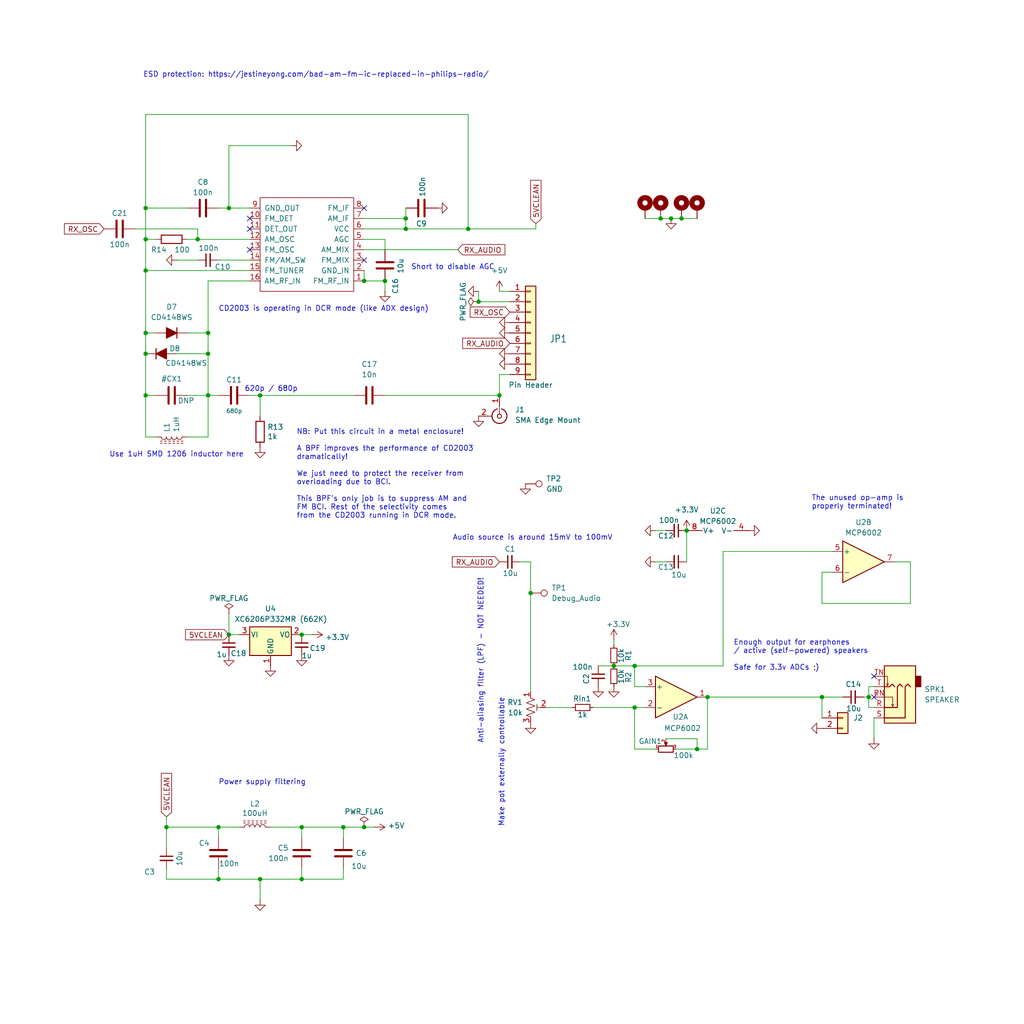
<source format=kicad_sch>
(kicad_sch (version 20240417) (generator "eeschema") (generator_version "8.99")
  (paper "User" 250.012 250.012)
  (title_block (title "Breakout board (BoB) for CD2003 (DCR Mode)") (date "2024-05-05") (rev "v5") (company "Dhiru Kholia (VU3CER)") (comment 1 "Based on ADX and ADX-S designs"))
  (lib_symbols
    (symbol "Amplifier_Operational:MCP6022" (pin_names (offset 0.127))
      (property "Reference" "U" (at 0 5.08 0))
      (property "Value" "MCP6022" (at 0 -5.08 0))
      (symbol "MCP6022_1_1"
        (polyline (pts (xy -5.08 5.08) (xy 5.08 0) (xy -5.08 -5.08) (xy -5.08 5.08)) (stroke (width 0.254)) (fill (type background)))
        (pin output line (at 7.62 0 180) (length 2.54) (name "~") (number "1"))
        (pin input line (at -7.62 -2.54 0) (length 2.54) (name "-") (number "2"))
        (pin input line (at -7.62 2.54 0) (length 2.54) (name "+") (number "3"))
      )
      (symbol "MCP6022_2_1"
        (polyline (pts (xy -5.08 5.08) (xy 5.08 0) (xy -5.08 -5.08) (xy -5.08 5.08)) (stroke (width 0.254)) (fill (type background)))
        (pin input line (at -7.62 2.54 0) (length 2.54) (name "+") (number "5"))
        (pin input line (at -7.62 -2.54 0) (length 2.54) (name "-") (number "6"))
        (pin output line (at 7.62 0 180) (length 2.54) (name "~") (number "7"))
      )
      (symbol "MCP6022_3_1"
        (pin power_in line (at -2.54 -7.62 90) (length 3.81) (name "V-") (number "4"))
        (pin power_in line (at -2.54 7.62 270) (length 3.81) (name "V+") (number "8"))
      )
    )
    (symbol "Connector:Conn_Coaxial" (pin_names (offset 1.016) hide)
      (property "Reference" "J" (at 0.254 3.048 0))
      (property "Value" "Conn_Coaxial" (at 2.921 0 90))
      (symbol "Conn_Coaxial_0_1"
        (polyline (pts (xy -2.54 0) (xy -0.508 0)))
        (arc (start 1.778 0) (mid 0.222 -1.8079) (end -1.778 -0.508) (stroke (width 0.254)))
        (arc (start -1.778 0.508) (mid 0.2221 1.8084) (end 1.778 0) (stroke (width 0.254)))
        (circle (center 0 0) (radius 0.508) (stroke (width 0.2032)))
        (polyline (pts (xy 0 -2.54) (xy 0 -1.778)))
      )
      (symbol "Conn_Coaxial_1_1"
        (pin passive line (at -5.08 0 0) (length 2.54) (name "In") (number "1"))
        (pin passive line (at 0 -5.08 90) (length 2.54) (name "Ext") (number "2"))
      )
    )
    (symbol "Connector:TestPoint" (pin_numbers hide) (pin_names (offset 0.762) hide)
      (property "Reference" "TP" (at 0 6.858 0))
      (property "Value" "TestPoint" (at 0 5.08 0))
      (symbol "TestPoint_0_1"
        (circle (center 0 3.302) (radius 0.762))
      )
      (symbol "TestPoint_1_1"
        (pin passive line (at 0 0 90) (length 2.54) (name "1") (number "1"))
      )
    )
    (symbol "Connector_Audio:AudioJack3_SwitchTR"
      (property "Reference" "J" (at 0 8.89 0))
      (property "Value" "AudioJack3_SwitchTR" (at 0 6.35 0))
      (symbol "AudioJack3_SwitchTR_0_1"
        (rectangle (start -5.08 -5.08) (end -6.35 -7.62) (stroke (width 0.254)) (fill (type outline)))
        (polyline (pts (xy -1.905 -5.08) (xy -1.27 -5.715) (xy -0.635 -5.08) (xy -0.635 0) (xy 2.54 0)) (stroke (width 0.254)))
        (polyline (pts (xy 0 -5.08) (xy 0.635 -5.715) (xy 1.27 -5.08) (xy 2.54 -5.08)) (stroke (width 0.254)))
        (polyline (pts (xy 0.508 -0.254) (xy 0.762 -0.762)))
        (polyline (pts (xy 1.778 -5.334) (xy 2.032 -5.842)))
        (rectangle (start 2.54 3.81) (end -5.08 -10.16) (stroke (width 0.254)) (fill (type background)))
        (polyline (pts (xy 2.54 2.54) (xy -2.54 2.54) (xy -2.54 -5.08) (xy -3.175 -5.715) (xy -3.81 -5.08)) (stroke (width 0.254)))
        (polyline (pts (xy 2.54 -2.54) (xy 0.508 -2.54) (xy 0.508 -0.254) (xy 0.254 -0.762)))
        (polyline (pts (xy 2.54 -7.62) (xy 1.778 -7.62) (xy 1.778 -5.334) (xy 1.524 -5.842)))
      )
      (symbol "AudioJack3_SwitchTR_1_1"
        (pin passive line (at 5.08 0 180) (length 2.54) (name "~") (number "R"))
        (pin passive line (at 5.08 -2.54 180) (length 2.54) (name "~") (number "RN"))
        (pin passive line (at 5.08 2.54 180) (length 2.54) (name "~") (number "S"))
        (pin passive line (at 5.08 -5.08 180) (length 2.54) (name "~") (number "T"))
        (pin passive line (at 5.08 -7.62 180) (length 2.54) (name "~") (number "TN"))
      )
    )
    (symbol "Connector_Generic:Conn_01x02" (pin_names (offset 1.016) hide)
      (property "Reference" "J" (at 0 2.54 0))
      (property "Value" "Conn_01x02" (at 0 -5.08 0))
      (symbol "Conn_01x02_1_1"
        (rectangle (start -1.27 1.27) (end 1.27 -3.81) (stroke (width 0.254)) (fill (type background)))
        (rectangle (start -1.27 0.127) (end 0 -0.127) (stroke (width 0.1524)))
        (rectangle (start -1.27 -2.413) (end 0 -2.667) (stroke (width 0.1524)))
        (pin passive line (at -5.08 0 0) (length 3.81) (name "Pin_1") (number "1"))
        (pin passive line (at -5.08 -2.54 0) (length 3.81) (name "Pin_2") (number "2"))
      )
    )
    (symbol "Connector_Generic:Conn_01x09" (pin_names (offset 1.016) hide)
      (property "Reference" "J" (at 0 12.7 0))
      (property "Value" "Conn_01x09" (at 0 -12.7 0))
      (symbol "Conn_01x09_1_1"
        (rectangle (start -1.27 11.43) (end 1.27 -11.43) (stroke (width 0.254)) (fill (type background)))
        (rectangle (start -1.27 10.287) (end 0 10.033) (stroke (width 0.1524)))
        (rectangle (start -1.27 7.747) (end 0 7.493) (stroke (width 0.1524)))
        (rectangle (start -1.27 5.207) (end 0 4.953) (stroke (width 0.1524)))
        (rectangle (start -1.27 2.667) (end 0 2.413) (stroke (width 0.1524)))
        (rectangle (start -1.27 0.127) (end 0 -0.127) (stroke (width 0.1524)))
        (rectangle (start -1.27 -2.413) (end 0 -2.667) (stroke (width 0.1524)))
        (rectangle (start -1.27 -4.953) (end 0 -5.207) (stroke (width 0.1524)))
        (rectangle (start -1.27 -7.493) (end 0 -7.747) (stroke (width 0.1524)))
        (rectangle (start -1.27 -10.033) (end 0 -10.287) (stroke (width 0.1524)))
        (pin passive line (at -5.08 10.16 0) (length 3.81) (name "Pin_1") (number "1"))
        (pin passive line (at -5.08 7.62 0) (length 3.81) (name "Pin_2") (number "2"))
        (pin passive line (at -5.08 5.08 0) (length 3.81) (name "Pin_3") (number "3"))
        (pin passive line (at -5.08 2.54 0) (length 3.81) (name "Pin_4") (number "4"))
        (pin passive line (at -5.08 0 0) (length 3.81) (name "Pin_5") (number "5"))
        (pin passive line (at -5.08 -2.54 0) (length 3.81) (name "Pin_6") (number "6"))
        (pin passive line (at -5.08 -5.08 0) (length 3.81) (name "Pin_7") (number "7"))
        (pin passive line (at -5.08 -7.62 0) (length 3.81) (name "Pin_8") (number "8"))
        (pin passive line (at -5.08 -10.16 0) (length 3.81) (name "Pin_9") (number "9"))
      )
    )
    (symbol "Device:C" (pin_numbers hide) (pin_names (offset 0.254))
      (property "Reference" "C" (at 0.635 2.54 0))
      (property "Value" "C" (at 0.635 -2.54 0))
      (symbol "C_0_1"
        (polyline (pts (xy -2.032 0.762) (xy 2.032 0.762)) (stroke (width 0.508)))
        (polyline (pts (xy -2.032 -0.762) (xy 2.032 -0.762)) (stroke (width 0.508)))
      )
      (symbol "C_1_1"
        (pin passive line (at 0 3.81 270) (length 2.794) (name "~") (number "1"))
        (pin passive line (at 0 -3.81 90) (length 2.794) (name "~") (number "2"))
      )
    )
    (symbol "Device:C_Small" (pin_numbers hide) (pin_names (offset 0.254) hide)
      (property "Reference" "C" (at 0.254 1.778 0))
      (property "Value" "C_Small" (at 0.254 -2.032 0))
      (symbol "C_Small_0_1"
        (polyline (pts (xy -1.524 0.508) (xy 1.524 0.508)) (stroke (width 0.3048)))
        (polyline (pts (xy -1.524 -0.508) (xy 1.524 -0.508)) (stroke (width 0.3302)))
      )
      (symbol "C_Small_1_1"
        (pin passive line (at 0 2.54 270) (length 2.032) (name "~") (number "1"))
        (pin passive line (at 0 -2.54 90) (length 2.032) (name "~") (number "2"))
      )
    )
    (symbol "Device:L_Ferrite" (pin_numbers hide) (pin_names (offset 1.016) hide)
      (property "Reference" "L" (at -1.27 0 90))
      (property "Value" "L_Ferrite" (at 2.794 0 90))
      (symbol "L_Ferrite_0_1"
        (arc (start 0 2.54) (mid 0.6323 1.905) (end 0 1.27))
        (arc (start 0 1.27) (mid 0.6323 0.635) (end 0 0))
        (arc (start 0 0) (mid 0.6323 -0.635) (end 0 -1.27))
        (arc (start 0 -1.27) (mid 0.6323 -1.905) (end 0 -2.54))
        (polyline (pts (xy 1.016 2.286) (xy 1.016 2.794)))
        (polyline (pts (xy 1.016 1.27) (xy 1.016 1.778)))
        (polyline (pts (xy 1.016 0.254) (xy 1.016 0.762)))
        (polyline (pts (xy 1.016 -0.762) (xy 1.016 -0.254)))
        (polyline (pts (xy 1.016 -1.778) (xy 1.016 -1.27)))
        (polyline (pts (xy 1.016 -2.794) (xy 1.016 -2.286)))
        (polyline (pts (xy 1.524 2.794) (xy 1.524 2.286)))
        (polyline (pts (xy 1.524 1.778) (xy 1.524 1.27)))
        (polyline (pts (xy 1.524 0.762) (xy 1.524 0.254)))
        (polyline (pts (xy 1.524 -0.254) (xy 1.524 -0.762)))
        (polyline (pts (xy 1.524 -1.27) (xy 1.524 -1.778)))
        (polyline (pts (xy 1.524 -2.286) (xy 1.524 -2.794)))
      )
      (symbol "L_Ferrite_1_1"
        (pin passive line (at 0 3.81 270) (length 1.27) (name "1") (number "1"))
        (pin passive line (at 0 -3.81 90) (length 1.27) (name "2") (number "2"))
      )
    )
    (symbol "Device:R" (pin_numbers hide) (pin_names (offset 0))
      (property "Reference" "R" (at 2.032 0 90))
      (property "Value" "R" (at 0 0 90))
      (symbol "R_0_1"
        (rectangle (start -1.016 -2.54) (end 1.016 2.54) (stroke (width 0.254)))
      )
      (symbol "R_1_1"
        (pin passive line (at 0 3.81 270) (length 1.27) (name "~") (number "1"))
        (pin passive line (at 0 -3.81 90) (length 1.27) (name "~") (number "2"))
      )
    )
    (symbol "Device:R_Potentiometer_Small" (pin_names (offset 1.016) hide)
      (property "Reference" "RV" (at -4.445 0 90))
      (property "Value" "R_Potentiometer_Small" (at -2.54 0 90))
      (symbol "R_Potentiometer_Small_0_1"
        (rectangle (start 0.762 1.8034) (end -0.762 -1.8034) (stroke (width 0.254)))
        (polyline (pts (xy 0.889 0) (xy 0.635 0) (xy 1.651 0.381) (xy 1.651 -0.381) (xy 0.635 0) (xy 0.889 0)) (fill (type outline)))
      )
      (symbol "R_Potentiometer_Small_1_1"
        (pin passive line (at 0 2.54 270) (length 0.635) (name "1") (number "1"))
        (pin passive line (at 2.54 0 180) (length 0.9906) (name "2") (number "2"))
        (pin passive line (at 0 -2.54 90) (length 0.635) (name "3") (number "3"))
      )
    )
    (symbol "Device:R_Potentiometer_Trim_US" (pin_names (offset 1.016) hide)
      (property "Reference" "RV" (at -4.445 0 90))
      (property "Value" "R_Potentiometer_Trim_US" (at -2.54 0 90))
      (symbol "R_Potentiometer_Trim_US_0_1"
        (polyline (pts (xy 0 2.286) (xy 0 2.54)))
        (polyline (pts (xy 0 2.286) (xy 1.016 1.905) (xy 0 1.524) (xy -1.016 1.143) (xy 0 0.762)))
        (polyline (pts (xy 0 0.762) (xy 1.016 0.381) (xy 0 0) (xy -1.016 -0.381) (xy 0 -0.762)))
        (polyline (pts (xy 0 -0.762) (xy 1.016 -1.143) (xy 0 -1.524) (xy -1.016 -1.905) (xy 0 -2.286)))
        (polyline (pts (xy 0 -2.286) (xy 0 -2.54)))
        (polyline (pts (xy 1.524 0.762) (xy 1.524 -0.762)))
        (polyline (pts (xy 2.54 0) (xy 1.524 0)))
      )
      (symbol "R_Potentiometer_Trim_US_1_1"
        (pin passive line (at 0 3.81 270) (length 1.27) (name "1") (number "1"))
        (pin passive line (at 3.81 0 180) (length 1.27) (name "2") (number "2"))
        (pin passive line (at 0 -3.81 90) (length 1.27) (name "3") (number "3"))
      )
    )
    (symbol "Device:R_Small" (pin_numbers hide) (pin_names (offset 0.254) hide)
      (property "Reference" "R" (at 0.762 0.508 0))
      (property "Value" "R_Small" (at 0.762 -1.016 0))
      (symbol "R_Small_0_1"
        (rectangle (start -0.762 1.778) (end 0.762 -1.778) (stroke (width 0.2032)))
      )
      (symbol "R_Small_1_1"
        (pin passive line (at 0 2.54 270) (length 0.762) (name "~") (number "1"))
        (pin passive line (at 0 -2.54 90) (length 0.762) (name "~") (number "2"))
      )
    )
    (symbol "Mechanical:MountingHole_Pad" (pin_numbers hide) (pin_names (offset 1.016) hide)
      (property "Reference" "H" (at 0 6.35 0))
      (property "Value" "MountingHole_Pad" (at 0 4.445 0))
      (symbol "MountingHole_Pad_0_1"
        (circle (center 0 1.27) (radius 1.27) (stroke (width 1.27)))
      )
      (symbol "MountingHole_Pad_1_1"
        (pin input line (at 0 -2.54 90) (length 2.54) (name "1") (number "1"))
      )
    )
    (symbol "PCM_Diode_AKL:CD4148WS" (pin_numbers hide) (pin_names (offset 1.016) hide)
      (property "Reference" "D" (at 0 5.08 0))
      (property "Value" "CD4148WS" (at 0 2.54 0))
      (symbol "CD4148WS_0_1"
        (polyline (pts (xy -1.27 1.27) (xy -1.27 -1.27) (xy 1.27 0) (xy -1.27 1.27)) (stroke (width 0.254)) (fill (type outline)))
        (polyline (pts (xy -1.27 0) (xy 1.27 0)))
        (polyline (pts (xy 1.27 1.27) (xy 1.27 -1.27)) (stroke (width 0.254)))
      )
      (symbol "CD4148WS_1_1"
        (pin passive line (at 3.81 0 180) (length 2.54) (name "K") (number "1"))
        (pin passive line (at -3.81 0 0) (length 2.54) (name "A") (number "2"))
      )
    )
    (symbol "Regulator_Linear:MCP1700x-330xxTT" (pin_names (offset 0.254))
      (property "Reference" "U" (at -3.81 3.175 0))
      (property "Value" "MCP1700x-330xxTT" (at 0 3.175 0))
      (symbol "MCP1700x-330xxTT_0_1"
        (rectangle (start -5.08 1.905) (end 5.08 -5.08) (stroke (width 0.254)) (fill (type background)))
      )
      (symbol "MCP1700x-330xxTT_1_1"
        (pin power_in line (at 0 -7.62 90) (length 2.54) (name "GND") (number "1"))
        (pin power_out line (at 7.62 0 180) (length 2.54) (name "VO") (number "2"))
        (pin power_in line (at -7.62 0 0) (length 2.54) (name "VI") (number "3"))
      )
    )
    (symbol "cd2003gb_gp_fixed:CD2003GB_GP_Fixed" (pin_names (offset 1.016))
      (symbol "CD2003GB_GP_Fixed_0_1"
        (rectangle (start -11.43 17.78) (end 11.43 -5.08))
      )
      (symbol "CD2003GB_GP_Fixed_1_1"
        (pin input line (at -8.89 -7.62 90) (length 2.54) (name "FM_RF_IN") (number "1"))
        (pin input line (at 6.35 20.32 270) (length 2.54) (name "FM_DET") (number "10"))
        (pin input line (at 3.81 20.32 270) (length 2.54) (name "DET_OUT") (number "11"))
        (pin input line (at 1.27 20.32 270) (length 2.54) (name "AM_OSC") (number "12"))
        (pin input line (at -1.27 20.32 270) (length 2.54) (name "FM_OSC") (number "13"))
        (pin input line (at -3.81 20.32 270) (length 2.54) (name "FM/AM_SW") (number "14"))
        (pin input line (at -6.35 20.32 270) (length 2.54) (name "FM_TUNER") (number "15"))
        (pin input line (at -8.89 20.32 270) (length 2.54) (name "AM_RF_IN") (number "16"))
        (pin input line (at -6.35 -7.62 90) (length 2.54) (name "GND_IN") (number "2"))
        (pin input line (at -3.81 -7.62 90) (length 2.54) (name "FM_MIX") (number "3"))
        (pin input line (at -1.27 -7.62 90) (length 2.54) (name "AM_MIX") (number "4"))
        (pin passive line (at 1.27 -7.62 90) (length 2.54) (name "AGC") (number "5"))
        (pin input line (at 3.81 -7.62 90) (length 2.54) (name "VCC") (number "6"))
        (pin input line (at 6.35 -7.62 90) (length 2.54) (name "AM_IF") (number "7"))
        (pin input line (at 8.89 -7.62 90) (length 2.54) (name "FM_IF") (number "8"))
        (pin input line (at 8.89 20.32 270) (length 2.54) (name "GND_OUT") (number "9"))
      )
    )
    (symbol "power:+3.3V" (power) (pin_numbers hide) (pin_names (offset 0) hide)
      (property "Value" "+3.3V" (at 0 3.556 0))
      (symbol "+3.3V_0_1"
        (polyline (pts (xy -0.762 1.27) (xy 0 2.54)))
        (polyline (pts (xy 0 2.54) (xy 0.762 1.27)))
        (polyline (pts (xy 0 0) (xy 0 2.54)))
      )
      (symbol "+3.3V_1_1"
        (pin power_in line (at 0 0 90) (length 0) (name "~") (number "1"))
      )
    )
    (symbol "power:+5V" (power) (pin_numbers hide) (pin_names (offset 0) hide)
      (property "Value" "+5V" (at 0 3.556 0))
      (symbol "+5V_0_1"
        (polyline (pts (xy -0.762 1.27) (xy 0 2.54)))
        (polyline (pts (xy 0 2.54) (xy 0.762 1.27)))
        (polyline (pts (xy 0 0) (xy 0 2.54)))
      )
      (symbol "+5V_1_1"
        (pin power_in line (at 0 0 90) (length 0) (name "~") (number "1"))
      )
    )
    (symbol "power:GND" (power) (pin_numbers hide) (pin_names (offset 0) hide)
      (property "Value" "GND" (at 0 -3.81 0))
      (symbol "GND_0_1"
        (polyline (pts (xy 0 0) (xy 0 -1.27) (xy 1.27 -1.27) (xy 0 -2.54) (xy -1.27 -1.27) (xy 0 -1.27)))
      )
      (symbol "GND_1_1"
        (pin power_in line (at 0 0 270) (length 0) (name "~") (number "1"))
      )
    )
    (symbol "power:PWR_FLAG" (power) (pin_numbers hide) (pin_names (offset 0) hide)
      (property "Value" "PWR_FLAG" (at 0 3.81 0))
      (symbol "PWR_FLAG_0_0"
        (pin power_out line (at 0 0 90) (length 0) (name "~") (number "1"))
      )
      (symbol "PWR_FLAG_0_1"
        (polyline (pts (xy 0 0) (xy 0 1.27) (xy -1.016 1.905) (xy 0 2.54) (xy 1.016 1.905) (xy 0 1.27)))
      )
    )
  )
  (text "The unused op-amp is \nproperly terminated!" (at 198.12 124.46 0) (effects (font (size 1.27 1.27)) (justify left bottom)))
  (text "Use 1uH SMD 1206 inductor here" (at 26.67 111.76 0) (effects (font (size 1.27 1.27)) (justify left bottom)))
  (text "Short to disable AGC" (at 100.33 66.04 0) (effects (font (size 1.27 1.27)) (justify left bottom)))
  (text "NB: Put this circuit in a metal enclosure!\n\nA BPF improves the performance of CD2003\ndramatically!\n\nWe just need to protect the receiver from\noverloading due to BCI.\n\nThis BPF's only job is to suppress AM and \nFM BCI. Rest of the selectivity comes\nfrom the CD2003 running in DCR mode.\n\n\n" (at 72.39 130.81 0) (effects (font (size 1.27 1.27)) (justify left bottom)))
  (text "Enough output for earphones \n/ active (self-powered) speakers\n\nSafe for 3.3v ADCs ;)" (at 179.07 163.83 0) (effects (font (size 1.27 1.27)) (justify left bottom)))
  (text "Power supply filtering" (at 53.34 191.77 0) (effects (font (size 1.27 1.27)) (justify left bottom)))
  (text "Audio source is around 15mV to 100mV" (at 110.49 132.08 0) (effects (font (size 1.27 1.27)) (justify left bottom)))
  (text "620p / 680p" (at 59.69 95.758 0) (effects (font (size 1.27 1.27)) (justify left bottom)))
  (text "Make pot externally controllable" (at 123.19 201.93 90) (effects (font (size 1.27 1.27)) (justify left bottom)))
  (text "CD2003 is operating in DCR mode (like ADX design)" (at 53.34 76.2 0) (effects (font (size 1.27 1.27)) (justify left bottom)))
  (text "Anti-aliasing filter (LPF) - NOT NEEDED!" (at 118.11 181.61 90) (effects (font (size 1.27 1.27)) (justify left bottom)))
  (text "ESD protection: https://jestineyong.com/bad-am-fm-ic-replaced-in-philips-radio/" (at 119.38 19.05 0) (effects (font (size 1.27 1.27)) (justify right bottom)))
  (junction (at 121.92 96.52))
  (junction (at 50.8 86.36))
  (junction (at 116.84 73.66))
  (junction (at 50.8 96.52))
  (junction (at 88.9 68.58))
  (junction (at 73.66 201.93))
  (junction (at 50.8 81.28))
  (junction (at 154.94 162.56))
  (junction (at 63.5 214.63))
  (junction (at 35.56 96.52))
  (junction (at 53.34 201.93))
  (junction (at 149.86 162.56))
  (junction (at 88.9 201.93))
  (junction (at 55.88 154.94))
  (junction (at 129.54 144.78))
  (junction (at 48.26 58.42))
  (junction (at 73.66 154.94))
  (junction (at 212.09 170.18))
  (junction (at 99.06 53.34))
  (junction (at 200.66 170.18))
  (junction (at 55.88 50.8))
  (junction (at 93.98 68.58))
  (junction (at 99.06 55.88))
  (junction (at 35.56 86.36))
  (junction (at 40.64 201.93))
  (junction (at 83.82 201.93))
  (junction (at 172.72 170.18))
  (junction (at 114.3 55.88))
  (junction (at 161.29 53.34))
  (junction (at 73.66 214.63))
  (junction (at 53.34 214.63))
  (junction (at 167.64 129.54))
  (junction (at 35.56 66.04))
  (junction (at 35.56 50.8))
  (junction (at 35.56 58.42))
  (junction (at 154.94 172.72))
  (junction (at 166.37 53.34))
  (junction (at 163.83 53.34))
  (junction (at 170.18 182.88))
  (junction (at 63.5 96.52))
  (junction (at 35.56 81.28))
  (no_connect (at 213.36 170.18))
  (no_connect (at 60.96 60.96))
  (no_connect (at 88.9 63.5))
  (no_connect (at 213.36 165.1))
  (no_connect (at 60.96 55.88))
  (no_connect (at 60.96 53.34))
  (no_connect (at 88.9 50.8))
  (wire (pts (xy 121.92 96.52) (xy 121.92 91.44)))
  (wire (pts (xy 73.66 154.94) (xy 76.2 154.94)))
  (wire (pts (xy 222.25 137.16) (xy 222.25 147.32)))
  (wire (pts (xy 157.48 53.34) (xy 161.29 53.34)))
  (wire (pts (xy 50.8 96.52) (xy 53.34 96.52)))
  (wire (pts (xy 212.09 172.72) (xy 212.09 170.18)))
  (wire (pts (xy 53.34 50.8) (xy 55.88 50.8)))
  (wire (pts (xy 121.92 71.12) (xy 124.46 71.12)))
  (wire (pts (xy 60.96 96.52) (xy 63.5 96.52)))
  (wire (pts (xy 53.34 214.63) (xy 63.5 214.63)))
  (wire (pts (xy 45.72 81.28) (xy 50.8 81.28)))
  (wire (pts (xy 63.5 101.6) (xy 63.5 96.52)))
  (wire (pts (xy 93.98 68.58) (xy 93.98 71.12)))
  (wire (pts (xy 210.82 170.18) (xy 212.09 170.18)))
  (wire (pts (xy 114.3 55.88) (xy 130.81 55.88)))
  (wire (pts (xy 162.56 129.54) (xy 160.02 129.54)))
  (wire (pts (xy 162.56 180.34) (xy 170.18 180.34)))
  (wire (pts (xy 40.64 201.93) (xy 40.64 207.01)))
  (wire (pts (xy 83.82 212.09) (xy 83.82 214.63)))
  (wire (pts (xy 38.1 81.28) (xy 35.56 81.28)))
  (wire (pts (xy 121.92 91.44) (xy 124.46 91.44)))
  (wire (pts (xy 55.88 50.8) (xy 55.88 35.56)))
  (wire (pts (xy 170.18 180.34) (xy 170.18 182.88)))
  (wire (pts (xy 162.56 137.16) (xy 160.02 137.16)))
  (wire (pts (xy 203.2 139.7) (xy 200.66 139.7)))
  (wire (pts (xy 55.88 35.56) (xy 71.12 35.56)))
  (wire (pts (xy 35.56 96.52) (xy 38.1 96.52)))
  (wire (pts (xy 40.64 201.93) (xy 53.34 201.93)))
  (wire (pts (xy 154.94 182.88) (xy 154.94 172.72)))
  (wire (pts (xy 40.64 212.09) (xy 40.64 214.63)))
  (wire (pts (xy 129.54 137.16) (xy 129.54 144.78)))
  (wire (pts (xy 63.5 214.63) (xy 73.66 214.63)))
  (wire (pts (xy 154.94 162.56) (xy 154.94 167.64)))
  (wire (pts (xy 93.98 96.52) (xy 121.92 96.52)))
  (wire (pts (xy 83.82 201.93) (xy 88.9 201.93)))
  (wire (pts (xy 154.94 167.64) (xy 157.48 167.64)))
  (wire (pts (xy 154.94 182.88) (xy 160.02 182.88)))
  (wire (pts (xy 35.56 50.8) (xy 45.72 50.8)))
  (wire (pts (xy 133.35 172.72) (xy 139.7 172.72)))
  (wire (pts (xy 60.96 50.8) (xy 55.88 50.8)))
  (wire (pts (xy 55.88 149.86) (xy 55.88 154.94)))
  (wire (pts (xy 165.1 182.88) (xy 170.18 182.88)))
  (wire (pts (xy 73.66 201.93) (xy 73.66 204.47)))
  (wire (pts (xy 213.36 175.26) (xy 213.36 180.34)))
  (wire (pts (xy 116.84 71.12) (xy 116.84 73.66)))
  (wire (pts (xy 99.06 50.8) (xy 99.06 53.34)))
  (wire (pts (xy 53.34 63.5) (xy 60.96 63.5)))
  (wire (pts (xy 88.9 53.34) (xy 99.06 53.34)))
  (wire (pts (xy 154.94 162.56) (xy 176.53 162.56)))
  (wire (pts (xy 35.56 86.36) (xy 35.56 96.52)))
  (wire (pts (xy 83.82 201.93) (xy 83.82 204.47)))
  (wire (pts (xy 73.66 201.93) (xy 83.82 201.93)))
  (wire (pts (xy 218.44 137.16) (xy 222.25 137.16)))
  (wire (pts (xy 200.66 147.32) (xy 222.25 147.32)))
  (wire (pts (xy 212.09 167.64) (xy 213.36 167.64)))
  (wire (pts (xy 200.66 170.18) (xy 205.74 170.18)))
  (wire (pts (xy 50.8 86.36) (xy 50.8 81.28)))
  (wire (pts (xy 129.54 144.78) (xy 129.54 168.91)))
  (wire (pts (xy 213.36 172.72) (xy 212.09 172.72)))
  (wire (pts (xy 176.53 134.62) (xy 176.53 162.56)))
  (wire (pts (xy 35.56 58.42) (xy 35.56 50.8)))
  (wire (pts (xy 99.06 53.34) (xy 99.06 55.88)))
  (wire (pts (xy 53.34 204.47) (xy 53.34 201.93)))
  (wire (pts (xy 50.8 96.52) (xy 50.8 86.36)))
  (wire (pts (xy 144.78 172.72) (xy 154.94 172.72)))
  (wire (pts (xy 35.56 66.04) (xy 35.56 58.42)))
  (wire (pts (xy 146.05 162.56) (xy 149.86 162.56)))
  (wire (pts (xy 166.37 53.34) (xy 170.18 53.34)))
  (wire (pts (xy 88.9 60.96) (xy 111.76 60.96)))
  (wire (pts (xy 50.8 68.58) (xy 60.96 68.58)))
  (wire (pts (xy 43.18 86.36) (xy 50.8 86.36)))
  (wire (pts (xy 114.3 27.94) (xy 114.3 55.88)))
  (wire (pts (xy 200.66 170.18) (xy 200.66 175.26)))
  (wire (pts (xy 43.18 63.5) (xy 48.26 63.5)))
  (wire (pts (xy 176.53 134.62) (xy 203.2 134.62)))
  (wire (pts (xy 73.66 212.09) (xy 73.66 214.63)))
  (wire (pts (xy 161.29 53.34) (xy 163.83 53.34)))
  (wire (pts (xy 35.56 81.28) (xy 35.56 86.36)))
  (wire (pts (xy 35.56 66.04) (xy 60.96 66.04)))
  (wire (pts (xy 88.9 68.58) (xy 93.98 68.58)))
  (wire (pts (xy 154.94 172.72) (xy 157.48 172.72)))
  (wire (pts (xy 127 137.16) (xy 129.54 137.16)))
  (wire (pts (xy 212.09 170.18) (xy 212.09 167.64)))
  (wire (pts (xy 116.84 73.66) (xy 124.46 73.66)))
  (wire (pts (xy 35.56 50.8) (xy 35.56 27.94)))
  (wire (pts (xy 48.26 58.42) (xy 60.96 58.42)))
  (wire (pts (xy 88.9 55.88) (xy 99.06 55.88)))
  (wire (pts (xy 38.1 106.68) (xy 35.56 106.68)))
  (wire (pts (xy 163.83 53.34) (xy 166.37 53.34)))
  (wire (pts (xy 200.66 139.7) (xy 200.66 147.32)))
  (wire (pts (xy 50.8 68.58) (xy 50.8 81.28)))
  (wire (pts (xy 53.34 212.09) (xy 53.34 214.63)))
  (wire (pts (xy 35.56 27.94) (xy 114.3 27.94)))
  (wire (pts (xy 38.1 58.42) (xy 35.56 58.42)))
  (wire (pts (xy 63.5 219.71) (xy 63.5 214.63)))
  (wire (pts (xy 170.18 182.88) (xy 172.72 182.88)))
  (wire (pts (xy 45.72 106.68) (xy 50.8 106.68)))
  (wire (pts (xy 40.64 199.39) (xy 40.64 201.93)))
  (wire (pts (xy 35.56 66.04) (xy 35.56 81.28)))
  (wire (pts (xy 45.72 96.52) (xy 50.8 96.52)))
  (wire (pts (xy 149.86 162.56) (xy 154.94 162.56)))
  (wire (pts (xy 99.06 55.88) (xy 114.3 55.88)))
  (wire (pts (xy 50.8 96.52) (xy 50.8 106.68)))
  (wire (pts (xy 35.56 96.52) (xy 35.56 106.68)))
  (wire (pts (xy 40.64 214.63) (xy 53.34 214.63)))
  (wire (pts (xy 33.02 55.88) (xy 48.26 55.88)))
  (wire (pts (xy 55.88 154.94) (xy 58.42 154.94)))
  (wire (pts (xy 93.98 58.42) (xy 93.98 60.96)))
  (wire (pts (xy 149.86 156.21) (xy 149.86 157.48)))
  (wire (pts (xy 45.72 58.42) (xy 48.26 58.42)))
  (wire (pts (xy 130.81 54.61) (xy 130.81 55.88)))
  (wire (pts (xy 73.66 214.63) (xy 83.82 214.63)))
  (wire (pts (xy 172.72 170.18) (xy 172.72 182.88)))
  (wire (pts (xy 48.26 55.88) (xy 48.26 58.42)))
  (wire (pts (xy 88.9 66.04) (xy 88.9 68.58)))
  (wire (pts (xy 167.64 129.54) (xy 167.64 137.16)))
  (wire (pts (xy 53.34 201.93) (xy 58.42 201.93)))
  (wire (pts (xy 88.9 201.93) (xy 91.44 201.93)))
  (wire (pts (xy 66.04 201.93) (xy 73.66 201.93)))
  (wire (pts (xy 88.9 58.42) (xy 93.98 58.42)))
  (wire (pts (xy 63.5 96.52) (xy 86.36 96.52)))
  (wire (pts (xy 172.72 170.18) (xy 200.66 170.18)))
  (global_label "RX_AUDIO" (shape input) (at 124.46 83.82 180) (property "Intersheetrefs" "${INTERSHEET_REFS}" (effects (hide yes))))
  (global_label "RX_OSC" (shape input) (at 25.4 55.88 180) (property "Intersheetrefs" "${INTERSHEET_REFS}" (effects (hide yes))))
  (global_label "5VCLEAN" (shape input) (at 55.88 154.94 180) (property "Intersheetrefs" "${INTERSHEET_REFS}" (effects (hide yes))))
  (global_label "RX_AUDIO" (shape input) (at 111.76 60.96 0) (property "Intersheetrefs" "${INTERSHEET_REFS}" (effects (hide yes))))
  (global_label "5VCLEAN" (shape input) (at 130.81 54.61 90) (property "Intersheetrefs" "${INTERSHEET_REFS}" (effects (hide yes))))
  (global_label "5VCLEAN" (shape input) (at 40.64 199.39 90) (property "Intersheetrefs" "${INTERSHEET_REFS}" (effects (hide yes))))
  (global_label "RX_AUDIO" (shape input) (at 121.92 137.16 180) (property "Intersheetrefs" "${INTERSHEET_REFS}" (effects (hide yes))))
  (global_label "RX_OSC" (shape input) (at 124.46 76.2 180) (property "Intersheetrefs" "${INTERSHEET_REFS}" (effects (hide yes))))
  (symbol (lib_id "power:+5V") (at 121.92 71.12 0) (unit 1)
    (property "Reference" "#PWR0107" (effects (hide yes)))
    (property "Value" "+5V" (at 121.92 66.04 0))
    (property "Description" "Power symbol creates a global label with name \"+5V\"" (effects (hide yes)))
  )
  (symbol (lib_id "Device:L_Ferrite") (at 41.91 106.68 270) (unit 1)
    (property "Reference" "L1" (at 40.7416 105.5624 0) (effects (justify right)))
    (property "Value" "1uH" (at 43.053 105.5624 0) (effects (justify right)))
    (property "Footprint" "Inductor_SMD:L_1206_3216Metric_Pad1.22x1.90mm_HandSolder" (effects (hide yes)))
  )
  (symbol (lib_id "Device:C_Small") (at 165.1 137.16 270) (unit 1)
    (property "Reference" "C13" (at 162.56 138.43 90))
    (property "Value" "10u" (at 165.735 140.335 90))
    (property "Footprint" "Capacitor_SMD:C_1206_3216Metric_Pad1.33x1.80mm_HandSolder" (effects (hide yes)))
    (property "Sim.Device" "SPICE" (effects (hide yes)))
    (property "Sim.Params" "type=\"\" model=\"10u\" lib=\"\"" (effects (hide yes)))
    (property "Sim.Pins" "1=1 2=2" (effects (hide yes)))
  )
  (symbol (lib_id "Device:C") (at 93.98 64.77 0) (unit 1)
    (property "Reference" "C16" (at 96.52 69.85 90))
    (property "Value" " 10u" (at 97.79 65.405 90))
    (property "Footprint" "Capacitor_SMD:C_1206_3216Metric_Pad1.33x1.80mm_HandSolder" (effects (hide yes)))
  )
  (symbol (lib_id "Device:C") (at 102.87 50.8 90) (unit 1)
    (property "Reference" "C9" (at 102.87 54.61 90))
    (property "Value" "100n" (at 103.124 45.593 0))
    (property "Footprint" "Capacitor_SMD:C_1206_3216Metric_Pad1.33x1.80mm_HandSolder" (effects (hide yes)))
  )
  (symbol (lib_id "cd2003gb_gp_fixed:CD2003GB_GP_Fixed") (at 81.28 59.69 90) (unit 1)
    (property "Reference" "U1" (effects (hide yes)))
    (property "Value" "CD2003GB_GP" (effects (hide yes)))
    (property "Footprint" "Package_DIP:DIP-16_W7.62mm_Socket" (effects (hide yes)))
  )
  (symbol (lib_id "Device:C") (at 29.21 55.88 270) (unit 1)
    (property "Reference" "C21" (at 29.21 52.07 90))
    (property "Value" "100n" (at 29.21 59.69 90))
    (property "Footprint" "Capacitor_SMD:C_1206_3216Metric_Pad1.33x1.80mm_HandSolder" (effects (hide yes)))
  )
  (symbol (lib_id "Connector_Audio:AudioJack3_SwitchTR") (at 218.44 172.72 180) (unit 1)
    (property "Reference" "SPK1" (at 225.679 168.2749 0) (effects (justify right)))
    (property "Value" "SPEAKER" (at 225.679 170.8149 0) (effects (justify right)))
    (property "Footprint" "footprints:PJ-307_Modded" (effects (hide yes)))
  )
  (symbol (lib_id "Device:C_Small") (at 50.8 63.5 90) (unit 1)
    (property "Reference" "C10" (at 54.356 65.151 90))
    (property "Value" "100n" (at 50.927 60.579 90))
    (property "Footprint" "Capacitor_SMD:C_1206_3216Metric_Pad1.33x1.80mm_HandSolder" (effects (hide yes)))
  )
  (symbol (lib_id "power:GND") (at 182.88 129.54 90) (unit 1)
    (property "Reference" "#PWR019" (effects (hide yes)))
    (property "Value" "GND" (effects (hide yes)))
    (property "Description" "Power symbol creates a global label with name \"GND\" , ground" (effects (hide yes)))
  )
  (symbol (lib_id "power:+3.3V") (at 76.2 154.94 270) (unit 1)
    (property "Reference" "#PWR025" (effects (hide yes)))
    (property "Value" "+3.3V" (at 79.375 155.575 90) (effects (justify left)))
  )
  (symbol (lib_id "power:GND") (at 160.02 137.16 270) (unit 1)
    (property "Reference" "#PWR010" (effects (hide yes)))
    (property "Value" "GND" (effects (hide yes)))
    (property "Description" "Power symbol creates a global label with name \"GND\" , ground" (effects (hide yes)))
  )
  (symbol (lib_id "power:PWR_FLAG") (at 116.84 73.66 90) (unit 1)
    (property "Reference" "#FLG01" (effects (hide yes)))
    (property "Value" "PWR_FLAG" (at 113.03 73.66 0))
    (property "Description" "Special symbol for telling ERC where power comes from" (effects (hide yes)))
  )
  (symbol (lib_id "power:+3.3V") (at 167.64 129.54 0) (unit 1)
    (property "Reference" "#PWR015" (effects (hide yes)))
    (property "Value" "+3.3V" (at 167.64 124.46 0))
    (property "Description" "Power symbol creates a global label with name \"+3.3V\"" (effects (hide yes)))
  )
  (symbol (lib_id "power:GND") (at 71.12 35.56 90) (unit 1)
    (property "Reference" "#PWR0132" (effects (hide yes)))
    (property "Value" "GND" (effects (hide yes)))
    (property "Description" "Power symbol creates a global label with name \"GND\" , ground" (effects (hide yes)))
  )
  (symbol (lib_id "power:GND") (at 116.84 71.12 270) (unit 1)
    (property "Reference" "#U$0101" (effects (hide yes)))
    (property "Value" "GND" (effects (hide yes)))
    (property "Footprint" "Adafruit Si5351A:" (effects (hide yes)))
    (property "Description" "Power symbol creates a global label with name \"GND\" , ground" (effects (hide yes)))
  )
  (symbol (lib_id "Connector:TestPoint") (at 129.54 144.78 270) (unit 1)
    (property "Reference" "TP1" (at 134.62 143.51 90) (effects (justify left)))
    (property "Value" "Debug_Audio" (at 134.62 146.05 90) (effects (justify left)))
    (property "Footprint" "TestPoint:TestPoint_THTPad_2.0x2.0mm_Drill1.0mm" (effects (hide yes)))
  )
  (symbol (lib_id "power:PWR_FLAG") (at 88.9 201.93 0) (unit 1)
    (property "Reference" "#FLG02" (effects (hide yes)))
    (property "Value" "PWR_FLAG" (at 88.9 198.12 0))
    (property "Description" "Special symbol for telling ERC where power comes from" (effects (hide yes)))
  )
  (symbol (lib_id "Device:C") (at 83.82 208.28 0) (mirror y) (unit 1)
    (property "Reference" "C6" (at 89.535 208.28 0) (effects (justify left)))
    (property "Value" "10u" (at 89.535 211.455 0) (effects (justify left)))
    (property "Footprint" "Capacitor_SMD:C_1206_3216Metric_Pad1.33x1.80mm_HandSolder" (effects (hide yes)))
  )
  (symbol (lib_id "power:GND") (at 146.05 167.64 0) (unit 1)
    (property "Reference" "#PWR08" (effects (hide yes)))
    (property "Value" "GND" (effects (hide yes)))
    (property "Description" "Power symbol creates a global label with name \"GND\" , ground" (effects (hide yes)))
  )
  (symbol (lib_id "power:GND") (at 63.5 219.71 0) (unit 1)
    (property "Reference" "#PWR03" (effects (hide yes)))
    (property "Value" "GND" (effects (hide yes)))
    (property "Description" "Power symbol creates a global label with name \"GND\" , ground" (effects (hide yes)))
  )
  (symbol (lib_id "Regulator_Linear:MCP1700x-330xxTT") (at 66.04 154.94 0) (unit 1)
    (property "Reference" "U4" (at 66.04 148.59 0))
    (property "Value" "XC6206P332MR (662K)" (at 68.58 151.13 0))
    (property "Footprint" "Package_TO_SOT_SMD:SOT-23_Handsoldering" (effects (hide yes)))
    (property "Datasheet" "http://ww1.microchip.com/downloads/en/DeviceDoc/20001826D.pdf" (effects (hide yes)))
    (property "Description" "250mA Low Quiscent Current LDO, 3.3V output, SOT-23" (effects (hide yes)))
  )
  (symbol (lib_id "power:GND") (at 124.46 78.74 270) (unit 1)
    (property "Reference" "#U$04" (effects (hide yes)))
    (property "Value" "GND" (effects (hide yes)))
    (property "Footprint" "Adafruit Si5351A:" (effects (hide yes)))
    (property "Description" "Power symbol creates a global label with name \"GND\" , ground" (effects (hide yes)))
  )
  (symbol (lib_id "Device:C_Small") (at 73.66 157.48 0) (unit 1)
    (property "Reference" "C19" (at 79.502 158.242 0) (effects (justify right)))
    (property "Value" "1u" (at 76.2 160.02 0) (effects (justify right)))
    (property "Footprint" "Capacitor_SMD:C_1206_3216Metric_Pad1.33x1.80mm_HandSolder" (effects (hide yes)))
    (property "Description" "Unpolarized capacitor, small symbol" (effects (hide yes)))
  )
  (symbol (lib_id "power:GND") (at 124.46 86.36 270) (unit 1)
    (property "Reference" "#U$02" (effects (hide yes)))
    (property "Value" "GND" (effects (hide yes)))
    (property "Footprint" "Adafruit Si5351A:" (effects (hide yes)))
    (property "Description" "Power symbol creates a global label with name \"GND\" , ground" (effects (hide yes)))
  )
  (symbol (lib_id "Device:C_Small") (at 40.64 209.55 0) (unit 1)
    (property "Reference" "C3" (at 35.179 212.852 0) (effects (justify left)))
    (property "Value" "10u" (at 43.815 211.455 90) (effects (justify left)))
    (property "Footprint" "Capacitor_SMD:C_1206_3216Metric_Pad1.33x1.80mm_HandSolder" (effects (hide yes)))
  )
  (symbol (lib_id "Connector_Generic:Conn_01x02") (at 205.74 175.26 0) (unit 1)
    (property "Reference" "J2" (at 208.28 175.26 0) (effects (justify left)))
    (property "Value" "Conn_01x02" (effects (hide yes)))
    (property "Footprint" "Connector_PinHeader_2.54mm:PinHeader_1x02_P2.54mm_Vertical" (effects (hide yes)))
  )
  (symbol (lib_id "Device:C") (at 49.53 50.8 90) (mirror x) (unit 1)
    (property "Reference" "C8" (at 49.53 44.45 90))
    (property "Value" "100n" (at 49.53 46.99 90))
    (property "Footprint" "Capacitor_SMD:C_1206_3216Metric_Pad1.33x1.80mm_HandSolder" (effects (hide yes)))
  )
  (symbol (lib_id "power:GND") (at 149.86 167.64 0) (unit 1)
    (property "Reference" "#PWR09" (effects (hide yes)))
    (property "Value" "GND" (effects (hide yes)))
    (property "Description" "Power symbol creates a global label with name \"GND\" , ground" (effects (hide yes)))
  )
  (symbol (lib_id "Mechanical:MountingHole_Pad") (at 166.37 50.8 0) (unit 1)
    (property "Reference" "H3" (effects (hide yes)))
    (property "Value" "MountingHole_Pad" (effects (hide yes)))
    (property "Footprint" "MountingHole:MountingHole_2.2mm_M2_Pad" (effects (hide yes)))
  )
  (symbol (lib_id "power:GND") (at 124.46 81.28 270) (unit 1)
    (property "Reference" "#U$01" (effects (hide yes)))
    (property "Value" "GND" (effects (hide yes)))
    (property "Footprint" "Adafruit Si5351A:" (effects (hide yes)))
    (property "Description" "Power symbol creates a global label with name \"GND\" , ground" (effects (hide yes)))
  )
  (symbol (lib_id "power:GND") (at 128.27 118.11 0) (unit 1)
    (property "Reference" "#PWR06" (effects (hide yes)))
    (property "Value" "GND" (effects (hide yes)))
    (property "Description" "Power symbol creates a global label with name \"GND\" , ground" (effects (hide yes)))
  )
  (symbol (lib_id "Device:R_Small") (at 149.86 160.02 0) (unit 1)
    (property "Reference" "R1" (at 153.416 160.02 90))
    (property "Value" "10k" (at 151.6126 160.0708 90))
    (property "Footprint" "Resistor_SMD:R_1206_3216Metric_Pad1.30x1.75mm_HandSolder" (effects (hide yes)))
  )
  (symbol (lib_id "Device:R_Potentiometer_Small") (at 162.56 182.88 90) (unit 1)
    (property "Reference" "GAIN1" (at 158.75 180.975 90))
    (property "Value" "100k" (at 166.878 184.404 90))
    (property "Footprint" "Connector_PinHeader_2.54mm:PinHeader_1x03_P2.54mm_Vertical" (effects (hide yes)))
    (property "Source" "NA" (effects (hide yes)))
  )
  (symbol (lib_id "Device:C") (at 73.66 208.28 0) (mirror y) (unit 1)
    (property "Reference" "C5" (at 70.485 207.01 0) (effects (justify left)))
    (property "Value" "100n" (at 70.485 209.55 0) (effects (justify left)))
    (property "Footprint" "Capacitor_SMD:C_1206_3216Metric_Pad1.33x1.80mm_HandSolder" (effects (hide yes)))
  )
  (symbol (lib_id "Mechanical:MountingHole_Pad") (at 157.48 50.8 0) (unit 1)
    (property "Reference" "H1" (effects (hide yes)))
    (property "Value" "MountingHole_Pad" (effects (hide yes)))
    (property "Footprint" "MountingHole:MountingHole_2.2mm_M2_Pad" (effects (hide yes)))
  )
  (symbol (lib_id "power:GND") (at 55.88 160.02 0) (unit 1)
    (property "Reference" "#PWR022" (effects (hide yes)))
    (property "Value" "GND" (effects (hide yes)))
  )
  (symbol (lib_id "power:GND") (at 93.98 71.12 0) (unit 1)
    (property "Reference" "#PWR02" (effects (hide yes)))
    (property "Value" "GND" (effects (hide yes)))
    (property "Description" "Power symbol creates a global label with name \"GND\" , ground" (effects (hide yes)))
  )
  (symbol (lib_id "power:GND") (at 124.46 88.9 270) (unit 1)
    (property "Reference" "#U$03" (effects (hide yes)))
    (property "Value" "GND" (effects (hide yes)))
    (property "Footprint" "Adafruit Si5351A:" (effects (hide yes)))
    (property "Description" "Power symbol creates a global label with name \"GND\" , ground" (effects (hide yes)))
  )
  (symbol (lib_id "power:GND") (at 43.18 63.5 270) (unit 1)
    (property "Reference" "#PWR0131" (effects (hide yes)))
    (property "Value" "GND" (effects (hide yes)))
    (property "Description" "Power symbol creates a global label with name \"GND\" , ground" (effects (hide yes)))
  )
  (symbol (lib_id "Device:C_Small") (at 124.46 137.16 90) (unit 1)
    (property "Reference" "C1" (at 124.5108 134.0104 90))
    (property "Value" "10u" (at 124.587 139.954 90))
    (property "Footprint" "Capacitor_SMD:C_1206_3216Metric_Pad1.33x1.80mm_HandSolder" (effects (hide yes)))
  )
  (symbol (lib_id "Device:R") (at 63.5 105.41 0) (unit 1)
    (property "Reference" "R13" (at 65.278 104.2416 0) (effects (justify left)))
    (property "Value" "1k" (at 65.278 106.553 0) (effects (justify left)))
    (property "Footprint" "Resistor_SMD:R_1206_3216Metric_Pad1.30x1.75mm_HandSolder" (effects (hide yes)))
  )
  (symbol (lib_id "power:GND") (at 163.83 53.34 0) (unit 1)
    (property "Reference" "#PWR01" (effects (hide yes)))
    (property "Value" "GND" (effects (hide yes)))
    (property "Description" "Power symbol creates a global label with name \"GND\" , ground" (effects (hide yes)))
  )
  (symbol (lib_id "Mechanical:MountingHole_Pad") (at 170.18 50.8 0) (unit 1)
    (property "Reference" "H4" (effects (hide yes)))
    (property "Value" "MountingHole_Pad" (effects (hide yes)))
    (property "Footprint" "MountingHole:MountingHole_2.2mm_M2_Pad" (effects (hide yes)))
  )
  (symbol (lib_id "power:GND") (at 73.66 160.02 0) (unit 1)
    (property "Reference" "#PWR024" (effects (hide yes)))
    (property "Value" "GND" (effects (hide yes)))
  )
  (symbol (lib_id "Device:C") (at 90.17 96.52 90) (unit 1)
    (property "Reference" "C17" (at 90.17 88.9 90))
    (property "Value" "10n" (at 90.17 91.44 90))
    (property "Footprint" "Capacitor_SMD:C_1206_3216Metric_Pad1.33x1.80mm_HandSolder" (effects (hide yes)))
  )
  (symbol (lib_id "power:GND") (at 63.5 109.22 0) (unit 1)
    (property "Reference" "#U$0102" (effects (hide yes)))
    (property "Value" "GND" (effects (hide yes)))
    (property "Footprint" "Adafruit Si5351A:" (effects (hide yes)))
    (property "Description" "Power symbol creates a global label with name \"GND\" , ground" (effects (hide yes)))
  )
  (symbol (lib_id "Connector:Conn_Coaxial") (at 121.92 101.6 270) (unit 1)
    (property "Reference" "J1" (at 125.73 100.0124 90) (effects (justify left)))
    (property "Value" "SMA Edge Mount" (at 125.73 102.5524 90) (effects (justify left)))
    (property "Footprint" "Connector_Coaxial:SMA_Samtec_SMA-J-P-X-ST-EM1_EdgeMount" (effects (hide yes)))
    (property "Datasheet" " ~" (effects (hide yes)))
    (property "Description" "coaxial connector (BNC, SMA, SMB, SMC, Cinch/RCA, LEMO, ...)" (effects (hide yes)))
  )
  (symbol (lib_id "Device:C_Small") (at 55.88 157.48 0) (unit 1)
    (property "Reference" "C18" (at 60.198 159.512 0) (effects (justify right)))
    (property "Value" "1u" (at 52.832 159.766 0) (effects (justify left)))
    (property "Footprint" "Capacitor_SMD:C_1206_3216Metric_Pad1.33x1.80mm_HandSolder" (effects (hide yes)))
    (property "Description" "Unpolarized capacitor, small symbol" (effects (hide yes)))
  )
  (symbol (lib_id "Device:R") (at 41.91 58.42 270) (unit 1)
    (property "Reference" "R14" (at 36.83 60.96 90) (effects (justify left)))
    (property "Value" "100" (at 42.545 60.96 90) (effects (justify left)))
    (property "Footprint" "Resistor_SMD:R_1206_3216Metric_Pad1.30x1.75mm_HandSolder" (effects (hide yes)))
  )
  (symbol (lib_id "Device:L_Ferrite") (at 62.23 201.93 270) (mirror x) (unit 1)
    (property "Reference" "L2" (at 62.23 196.215 90))
    (property "Value" "100uH" (at 62.23 198.5264 90))
    (property "Footprint" "Inductor_SMD:L_1206_3216Metric_Pad1.22x1.90mm_HandSolder" (effects (hide yes)))
  )
  (symbol (lib_id "power:GND") (at 200.66 177.8 270) (mirror x) (unit 1)
    (property "Reference" "#PWR020" (effects (hide yes)))
    (property "Value" "GND" (effects (hide yes)))
    (property "Description" "Power symbol creates a global label with name \"GND\" , ground" (effects (hide yes)))
  )
  (symbol (lib_id "Device:C_Small") (at 208.28 170.18 90) (unit 1)
    (property "Reference" "C14" (at 208.3308 167.0304 90))
    (property "Value" "10u" (at 208.407 172.974 90))
    (property "Footprint" "Capacitor_SMD:C_1206_3216Metric_Pad1.33x1.80mm_HandSolder" (effects (hide yes)))
  )
  (symbol (lib_id "Device:C") (at 57.15 96.52 270) (unit 1)
    (property "Reference" "C11" (at 57.15 92.71 90))
    (property "Value" "680p" (at 57.15 100.33 90) (effects (font (size 1 1))))
    (property "Footprint" "Capacitor_SMD:C_1206_3216Metric_Pad1.33x1.80mm_HandSolder" (effects (hide yes)))
  )
  (symbol (lib_id "Device:C") (at 53.34 208.28 0) (mirror y) (unit 1)
    (property "Reference" "C4" (at 51.2064 205.8162 0) (effects (justify left)))
    (property "Value" "100n" (at 58.42 210.82 0) (effects (justify left)))
    (property "Footprint" "Capacitor_SMD:C_1206_3216Metric_Pad1.33x1.80mm_HandSolder" (effects (hide yes)))
  )
  (symbol (lib_id "Mechanical:MountingHole_Pad") (at 161.29 50.8 0) (unit 1)
    (property "Reference" "H2" (effects (hide yes)))
    (property "Value" "MountingHole_Pad" (effects (hide yes)))
    (property "Footprint" "MountingHole:MountingHole_2.2mm_M2_Pad" (effects (hide yes)))
  )
  (symbol (lib_id "Device:C_Small") (at 165.1 129.54 270) (unit 1)
    (property "Reference" "C12" (at 162.56 130.81 90))
    (property "Value" "100n" (at 163.322 127 90))
    (property "Footprint" "Capacitor_SMD:C_1206_3216Metric_Pad1.33x1.80mm_HandSolder" (effects (hide yes)))
    (property "Sim.Device" "SPICE" (effects (hide yes)))
    (property "Sim.Params" "type=\"\" model=\"10u\" lib=\"\"" (effects (hide yes)))
    (property "Sim.Pins" "1=1 2=2" (effects (hide yes)))
  )
  (symbol (lib_id "power:GND") (at 66.04 162.56 0) (unit 1)
    (property "Reference" "#PWR023" (effects (hide yes)))
    (property "Value" "GND" (effects (hide yes)))
  )
  (symbol (lib_id "power:PWR_FLAG") (at 55.88 149.86 0) (unit 1)
    (property "Reference" "#FLG04" (effects (hide yes)))
    (property "Value" "PWR_FLAG" (at 55.88 146.05 0))
  )
  (symbol (lib_id "power:GND") (at 213.36 180.34 0) (mirror y) (unit 1)
    (property "Reference" "#PWR021" (effects (hide yes)))
    (property "Value" "GND" (effects (hide yes)))
    (property "Description" "Power symbol creates a global label with name \"GND\" , ground" (effects (hide yes)))
  )
  (symbol (lib_id "Amplifier_Operational:MCP6022") (at 175.26 127 90) (unit 3)
    (property "Reference" "U2" (at 175.26 124.714 90))
    (property "Value" "MCP6002" (at 175.26 127.254 90))
    (property "Footprint" "Package_DIP:DIP-8_W7.62mm" (effects (hide yes)))
    (property "Datasheet" "http://ww1.microchip.com/downloads/en/devicedoc/20001685e.pdf" (effects (hide yes)))
  )
  (symbol (lib_id "power:+3.3V") (at 149.86 156.21 0) (unit 1)
    (property "Reference" "#PWR011" (effects (hide yes)))
    (property "Value" "+3.3V" (at 147.955 152.4 0) (effects (justify left)))
    (property "Description" "Power symbol creates a global label with name \"+3.3V\"" (effects (hide yes)))
  )
  (symbol (lib_id "Amplifier_Operational:MCP6022") (at 210.82 137.16 0) (unit 2)
    (property "Reference" "U2" (at 210.82 127.508 0))
    (property "Value" "MCP6002" (at 210.82 130.048 0))
    (property "Footprint" "Package_DIP:DIP-8_W7.62mm" (effects (hide yes)))
    (property "Datasheet" "http://ww1.microchip.com/downloads/en/devicedoc/20001685e.pdf" (effects (hide yes)))
  )
  (symbol (lib_id "PCM_Diode_AKL:CD4148WS") (at 39.37 86.36 180) (unit 1)
    (property "Reference" "D8" (at 42.672 85.09 0))
    (property "Value" "CD4148WS" (at 45.466 88.646 0))
    (property "Footprint" "PCM_Diode_SMD_AKL:D_0805_2012Metric" (effects (hide yes)))
    (property "Datasheet" "https://datasheet.octopart.com/CD4148WS%280805C%29-Diodes-Inc.-datasheet-23752567.pdf" (effects (hide yes)))
    (property "Description" "0805 Diode, Small Signal, Fast Switching, 75V, 150mA, 4ns, Alternate KiCad Library" (effects (hide yes)))
  )
  (symbol (lib_id "power:+5V") (at 91.44 201.93 270) (mirror x) (unit 1)
    (property "Reference" "#PWR04" (effects (hide yes)))
    (property "Value" "+5V" (at 94.6912 201.549 90) (effects (justify left)))
    (property "Description" "Power symbol creates a global label with name \"+5V\"" (effects (hide yes)))
  )
  (symbol (lib_id "Connector_Generic:Conn_01x09") (at 129.54 81.28 0) (unit 1)
    (property "Reference" "JP1" (at 134.112 83.693 0) (effects (font (size 1.778 1.5113)) (justify left bottom)))
    (property "Value" "Pin Header" (at 129.54 93.98 0))
    (property "Footprint" "footprints:PinSocket_1x09_P2.54mm_Vertical_Custom" (effects (hide yes)))
  )
  (symbol (lib_id "Device:C_Small") (at 146.05 165.1 0) (unit 1)
    (property "Reference" "C2" (at 143.129 165.735 90))
    (property "Value" "100n" (at 142.24 162.814 0))
    (property "Footprint" "Capacitor_SMD:C_1206_3216Metric_Pad1.33x1.80mm_HandSolder" (effects (hide yes)))
    (property "Sim.Device" "SPICE" (effects (hide yes)))
    (property "Sim.Params" "type=\"\" model=\"10u\" lib=\"\"" (effects (hide yes)))
    (property "Sim.Pins" "1=1 2=2" (effects (hide yes)))
  )
  (symbol (lib_id "power:GND") (at 106.68 50.8 90) (unit 1)
    (property "Reference" "#PWR05" (effects (hide yes)))
    (property "Value" "GND" (effects (hide yes)))
    (property "Description" "Power symbol creates a global label with name \"GND\" , ground" (effects (hide yes)))
  )
  (symbol (lib_id "Device:R_Small") (at 142.24 172.72 270) (unit 1)
    (property "Reference" "Rin1" (at 142.113 170.561 90))
    (property "Value" "1k" (at 142.1892 174.4726 90))
    (property "Footprint" "Resistor_SMD:R_1206_3216Metric_Pad1.30x1.75mm_HandSolder" (effects (hide yes)))
  )
  (symbol (lib_id "power:GND") (at 160.02 129.54 270) (unit 1)
    (property "Reference" "#PWR012" (effects (hide yes)))
    (property "Value" "GND" (effects (hide yes)))
    (property "Description" "Power symbol creates a global label with name \"GND\" , ground" (effects (hide yes)))
  )
  (symbol (lib_id "Device:R_Small") (at 149.86 165.1 0) (unit 1)
    (property "Reference" "R2" (at 153.416 165.354 90))
    (property "Value" "10k" (at 151.6126 165.1508 90))
    (property "Footprint" "Resistor_SMD:R_1206_3216Metric_Pad1.30x1.75mm_HandSolder" (effects (hide yes)))
  )
  (symbol (lib_id "Connector:TestPoint") (at 128.27 118.11 270) (unit 1)
    (property "Reference" "TP2" (at 133.35 116.84 90) (effects (justify left)))
    (property "Value" "GND" (at 133.35 119.38 90) (effects (justify left)))
    (property "Footprint" "TestPoint:TestPoint_THTPad_2.0x2.0mm_Drill1.0mm" (effects (hide yes)))
  )
  (symbol (lib_id "PCM_Diode_AKL:CD4148WS") (at 41.91 81.28 0) (unit 1)
    (property "Reference" "D7" (at 41.91 74.93 0))
    (property "Value" "CD4148WS" (at 41.91 77.47 0))
    (property "Footprint" "PCM_Diode_SMD_AKL:D_0805_2012Metric" (effects (hide yes)))
    (property "Datasheet" "https://datasheet.octopart.com/CD4148WS%280805C%29-Diodes-Inc.-datasheet-23752567.pdf" (effects (hide yes)))
    (property "Description" "0805 Diode, Small Signal, Fast Switching, 75V, 150mA, 4ns, Alternate KiCad Library" (effects (hide yes)))
  )
  (symbol (lib_id "power:GND") (at 116.84 101.6 0) (unit 1)
    (property "Reference" "#PWR014" (effects (hide yes)))
    (property "Value" "GND" (effects (hide yes)))
    (property "Description" "Power symbol creates a global label with name \"GND\" , ground" (effects (hide yes)))
  )
  (symbol (lib_id "Device:C") (at 41.91 96.52 270) (unit 1)
    (property "Reference" "#CX1" (at 41.91 92.4814 90))
    (property "Value" "  DNP" (at 44.45 97.79 90))
    (property "Footprint" "Capacitor_SMD:C_1206_3216Metric_Pad1.33x1.80mm_HandSolder" (effects (hide yes)))
  )
  (symbol (lib_id "power:GND") (at 129.54 176.53 0) (unit 1)
    (property "Reference" "#PWR07" (effects (hide yes)))
    (property "Value" "GND" (effects (hide yes)))
    (property "Description" "Power symbol creates a global label with name \"GND\" , ground" (effects (hide yes)))
  )
  (symbol (lib_id "Device:R_Potentiometer_Trim_US") (at 129.54 172.72 0) (unit 1)
    (property "Reference" "RV1" (at 127.635 171.45 0) (effects (justify right)))
    (property "Value" "10k" (at 127.635 173.99 0) (effects (justify right)))
    (property "Footprint" "Connector_PinHeader_2.54mm:PinHeader_1x03_P2.54mm_Vertical" (effects (hide yes)))
  )
  (symbol (lib_id "Amplifier_Operational:MCP6022") (at 165.1 170.18 0) (unit 1)
    (property "Reference" "U2" (at 166.116 175.006 0))
    (property "Value" "MCP6002" (at 166.624 177.8 0))
    (property "Footprint" "Package_DIP:DIP-8_W7.62mm" (effects (hide yes)))
    (property "Datasheet" "http://ww1.microchip.com/downloads/en/devicedoc/20001685e.pdf" (effects (hide yes)))
  )
)
</source>
